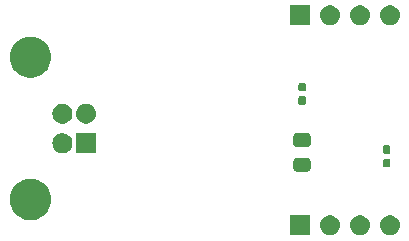
<source format=gbs>
%TF.GenerationSoftware,KiCad,Pcbnew,8.0.5*%
%TF.CreationDate,2024-10-10T11:51:51-04:00*%
%TF.ProjectId,dac,6461632e-6b69-4636-9164-5f7063625858,rev?*%
%TF.SameCoordinates,Original*%
%TF.FileFunction,Soldermask,Bot*%
%TF.FilePolarity,Negative*%
%FSLAX46Y46*%
G04 Gerber Fmt 4.6, Leading zero omitted, Abs format (unit mm)*
G04 Created by KiCad (PCBNEW 8.0.5) date 2024-10-10 11:51:51*
%MOMM*%
%LPD*%
G01*
G04 APERTURE LIST*
G04 APERTURE END LIST*
G36*
X100195000Y-96595000D02*
G01*
X98495000Y-96595000D01*
X98495000Y-94895000D01*
X100195000Y-94895000D01*
X100195000Y-96595000D01*
G37*
G36*
X102147664Y-94936602D02*
G01*
X102310000Y-95008878D01*
X102453761Y-95113327D01*
X102572664Y-95245383D01*
X102661514Y-95399274D01*
X102716425Y-95568275D01*
X102735000Y-95745000D01*
X102716425Y-95921725D01*
X102661514Y-96090726D01*
X102572664Y-96244617D01*
X102453761Y-96376673D01*
X102310000Y-96481122D01*
X102147664Y-96553398D01*
X101973849Y-96590344D01*
X101796151Y-96590344D01*
X101622336Y-96553398D01*
X101460000Y-96481122D01*
X101316239Y-96376673D01*
X101197336Y-96244617D01*
X101108486Y-96090726D01*
X101053575Y-95921725D01*
X101035000Y-95745000D01*
X101053575Y-95568275D01*
X101108486Y-95399274D01*
X101197336Y-95245383D01*
X101316239Y-95113327D01*
X101460000Y-95008878D01*
X101622336Y-94936602D01*
X101796151Y-94899656D01*
X101973849Y-94899656D01*
X102147664Y-94936602D01*
G37*
G36*
X104687664Y-94936602D02*
G01*
X104850000Y-95008878D01*
X104993761Y-95113327D01*
X105112664Y-95245383D01*
X105201514Y-95399274D01*
X105256425Y-95568275D01*
X105275000Y-95745000D01*
X105256425Y-95921725D01*
X105201514Y-96090726D01*
X105112664Y-96244617D01*
X104993761Y-96376673D01*
X104850000Y-96481122D01*
X104687664Y-96553398D01*
X104513849Y-96590344D01*
X104336151Y-96590344D01*
X104162336Y-96553398D01*
X104000000Y-96481122D01*
X103856239Y-96376673D01*
X103737336Y-96244617D01*
X103648486Y-96090726D01*
X103593575Y-95921725D01*
X103575000Y-95745000D01*
X103593575Y-95568275D01*
X103648486Y-95399274D01*
X103737336Y-95245383D01*
X103856239Y-95113327D01*
X104000000Y-95008878D01*
X104162336Y-94936602D01*
X104336151Y-94899656D01*
X104513849Y-94899656D01*
X104687664Y-94936602D01*
G37*
G36*
X107227664Y-94936602D02*
G01*
X107390000Y-95008878D01*
X107533761Y-95113327D01*
X107652664Y-95245383D01*
X107741514Y-95399274D01*
X107796425Y-95568275D01*
X107815000Y-95745000D01*
X107796425Y-95921725D01*
X107741514Y-96090726D01*
X107652664Y-96244617D01*
X107533761Y-96376673D01*
X107390000Y-96481122D01*
X107227664Y-96553398D01*
X107053849Y-96590344D01*
X106876151Y-96590344D01*
X106702336Y-96553398D01*
X106540000Y-96481122D01*
X106396239Y-96376673D01*
X106277336Y-96244617D01*
X106188486Y-96090726D01*
X106133575Y-95921725D01*
X106115000Y-95745000D01*
X106133575Y-95568275D01*
X106188486Y-95399274D01*
X106277336Y-95245383D01*
X106396239Y-95113327D01*
X106540000Y-95008878D01*
X106702336Y-94936602D01*
X106876151Y-94899656D01*
X107053849Y-94899656D01*
X107227664Y-94936602D01*
G37*
G36*
X76929412Y-91858876D02*
G01*
X77179347Y-91935971D01*
X77415000Y-92049456D01*
X77631107Y-92196795D01*
X77822841Y-92374698D01*
X77985918Y-92579190D01*
X78116696Y-92805703D01*
X78212252Y-93049178D01*
X78270454Y-93304176D01*
X78290000Y-93565000D01*
X78270454Y-93825824D01*
X78212252Y-94080822D01*
X78116696Y-94324297D01*
X77985918Y-94550810D01*
X77822841Y-94755302D01*
X77631107Y-94933205D01*
X77415000Y-95080544D01*
X77179347Y-95194029D01*
X76929412Y-95271124D01*
X76670778Y-95310107D01*
X76409222Y-95310107D01*
X76150588Y-95271124D01*
X75900653Y-95194029D01*
X75665000Y-95080544D01*
X75448893Y-94933205D01*
X75257159Y-94755302D01*
X75094082Y-94550810D01*
X74963304Y-94324297D01*
X74867748Y-94080822D01*
X74809546Y-93825824D01*
X74790000Y-93565000D01*
X74809546Y-93304176D01*
X74867748Y-93049178D01*
X74963304Y-92805703D01*
X75094082Y-92579190D01*
X75257159Y-92374698D01*
X75448893Y-92196795D01*
X75665000Y-92049456D01*
X75900653Y-91935971D01*
X76150588Y-91858876D01*
X76409222Y-91819893D01*
X76670778Y-91819893D01*
X76929412Y-91858876D01*
G37*
G36*
X100019339Y-90031658D02*
G01*
X100074125Y-90038871D01*
X100087906Y-90045297D01*
X100106671Y-90049030D01*
X100131526Y-90065637D01*
X100153819Y-90076033D01*
X100167380Y-90089594D01*
X100187777Y-90103223D01*
X100201405Y-90123619D01*
X100214966Y-90137180D01*
X100225360Y-90159470D01*
X100241970Y-90184329D01*
X100245702Y-90203095D01*
X100252128Y-90216874D01*
X100259338Y-90271648D01*
X100261000Y-90280000D01*
X100261000Y-90955000D01*
X100259338Y-90963353D01*
X100252128Y-91018125D01*
X100245703Y-91031903D01*
X100241970Y-91050671D01*
X100225358Y-91075531D01*
X100214966Y-91097819D01*
X100201407Y-91111377D01*
X100187777Y-91131777D01*
X100167377Y-91145407D01*
X100153819Y-91158966D01*
X100131531Y-91169358D01*
X100106671Y-91185970D01*
X100087903Y-91189703D01*
X100074125Y-91196128D01*
X100019353Y-91203338D01*
X100011000Y-91205000D01*
X99061000Y-91205000D01*
X99052648Y-91203338D01*
X98997874Y-91196128D01*
X98984095Y-91189702D01*
X98965329Y-91185970D01*
X98940470Y-91169360D01*
X98918180Y-91158966D01*
X98904619Y-91145405D01*
X98884223Y-91131777D01*
X98870594Y-91111380D01*
X98857033Y-91097819D01*
X98846637Y-91075526D01*
X98830030Y-91050671D01*
X98826297Y-91031906D01*
X98819871Y-91018125D01*
X98812658Y-90963339D01*
X98811000Y-90955000D01*
X98811000Y-90280000D01*
X98812658Y-90271662D01*
X98819871Y-90216874D01*
X98826297Y-90203091D01*
X98830030Y-90184329D01*
X98846636Y-90159475D01*
X98857033Y-90137180D01*
X98870596Y-90123616D01*
X98884223Y-90103223D01*
X98904616Y-90089596D01*
X98918180Y-90076033D01*
X98940475Y-90065636D01*
X98965329Y-90049030D01*
X98984091Y-90045297D01*
X98997874Y-90038871D01*
X99052662Y-90031658D01*
X99061000Y-90030000D01*
X100011000Y-90030000D01*
X100019339Y-90031658D01*
G37*
G36*
X106919316Y-90116799D02*
G01*
X106969602Y-90150398D01*
X107003201Y-90200684D01*
X107015000Y-90260000D01*
X107015000Y-90685000D01*
X107003201Y-90744316D01*
X106969602Y-90794602D01*
X106919316Y-90828201D01*
X106860000Y-90840000D01*
X106550000Y-90840000D01*
X106490684Y-90828201D01*
X106440398Y-90794602D01*
X106406799Y-90744316D01*
X106395000Y-90685000D01*
X106395000Y-90260000D01*
X106406799Y-90200684D01*
X106440398Y-90150398D01*
X106490684Y-90116799D01*
X106550000Y-90105000D01*
X106860000Y-90105000D01*
X106919316Y-90116799D01*
G37*
G36*
X106919316Y-88981799D02*
G01*
X106969602Y-89015398D01*
X107003201Y-89065684D01*
X107015000Y-89125000D01*
X107015000Y-89550000D01*
X107003201Y-89609316D01*
X106969602Y-89659602D01*
X106919316Y-89693201D01*
X106860000Y-89705000D01*
X106550000Y-89705000D01*
X106490684Y-89693201D01*
X106440398Y-89659602D01*
X106406799Y-89609316D01*
X106395000Y-89550000D01*
X106395000Y-89125000D01*
X106406799Y-89065684D01*
X106440398Y-89015398D01*
X106490684Y-88981799D01*
X106550000Y-88970000D01*
X106860000Y-88970000D01*
X106919316Y-88981799D01*
G37*
G36*
X82100000Y-89645000D02*
G01*
X80400000Y-89645000D01*
X80400000Y-87945000D01*
X82100000Y-87945000D01*
X82100000Y-89645000D01*
G37*
G36*
X79512664Y-87986602D02*
G01*
X79675000Y-88058878D01*
X79818761Y-88163327D01*
X79937664Y-88295383D01*
X80026514Y-88449274D01*
X80081425Y-88618275D01*
X80100000Y-88795000D01*
X80081425Y-88971725D01*
X80026514Y-89140726D01*
X79937664Y-89294617D01*
X79818761Y-89426673D01*
X79675000Y-89531122D01*
X79512664Y-89603398D01*
X79338849Y-89640344D01*
X79161151Y-89640344D01*
X78987336Y-89603398D01*
X78825000Y-89531122D01*
X78681239Y-89426673D01*
X78562336Y-89294617D01*
X78473486Y-89140726D01*
X78418575Y-88971725D01*
X78400000Y-88795000D01*
X78418575Y-88618275D01*
X78473486Y-88449274D01*
X78562336Y-88295383D01*
X78681239Y-88163327D01*
X78825000Y-88058878D01*
X78987336Y-87986602D01*
X79161151Y-87949656D01*
X79338849Y-87949656D01*
X79512664Y-87986602D01*
G37*
G36*
X100019339Y-87956658D02*
G01*
X100074125Y-87963871D01*
X100087906Y-87970297D01*
X100106671Y-87974030D01*
X100131526Y-87990637D01*
X100153819Y-88001033D01*
X100167380Y-88014594D01*
X100187777Y-88028223D01*
X100201405Y-88048619D01*
X100214966Y-88062180D01*
X100225360Y-88084470D01*
X100241970Y-88109329D01*
X100245702Y-88128095D01*
X100252128Y-88141874D01*
X100259338Y-88196648D01*
X100261000Y-88205000D01*
X100261000Y-88880000D01*
X100259338Y-88888353D01*
X100252128Y-88943125D01*
X100245703Y-88956903D01*
X100241970Y-88975671D01*
X100225358Y-89000531D01*
X100214966Y-89022819D01*
X100201407Y-89036377D01*
X100187777Y-89056777D01*
X100167377Y-89070407D01*
X100153819Y-89083966D01*
X100131531Y-89094358D01*
X100106671Y-89110970D01*
X100087903Y-89114703D01*
X100074125Y-89121128D01*
X100019353Y-89128338D01*
X100011000Y-89130000D01*
X99061000Y-89130000D01*
X99052648Y-89128338D01*
X98997874Y-89121128D01*
X98984095Y-89114702D01*
X98965329Y-89110970D01*
X98940470Y-89094360D01*
X98918180Y-89083966D01*
X98904619Y-89070405D01*
X98884223Y-89056777D01*
X98870594Y-89036380D01*
X98857033Y-89022819D01*
X98846637Y-89000526D01*
X98830030Y-88975671D01*
X98826297Y-88956906D01*
X98819871Y-88943125D01*
X98812658Y-88888339D01*
X98811000Y-88880000D01*
X98811000Y-88205000D01*
X98812658Y-88196662D01*
X98819871Y-88141874D01*
X98826297Y-88128091D01*
X98830030Y-88109329D01*
X98846636Y-88084475D01*
X98857033Y-88062180D01*
X98870596Y-88048616D01*
X98884223Y-88028223D01*
X98904616Y-88014596D01*
X98918180Y-88001033D01*
X98940475Y-87990636D01*
X98965329Y-87974030D01*
X98984091Y-87970297D01*
X98997874Y-87963871D01*
X99052662Y-87956658D01*
X99061000Y-87955000D01*
X100011000Y-87955000D01*
X100019339Y-87956658D01*
G37*
G36*
X79512664Y-85486602D02*
G01*
X79675000Y-85558878D01*
X79818761Y-85663327D01*
X79937664Y-85795383D01*
X80026514Y-85949274D01*
X80081425Y-86118275D01*
X80100000Y-86295000D01*
X80081425Y-86471725D01*
X80026514Y-86640726D01*
X79937664Y-86794617D01*
X79818761Y-86926673D01*
X79675000Y-87031122D01*
X79512664Y-87103398D01*
X79338849Y-87140344D01*
X79161151Y-87140344D01*
X78987336Y-87103398D01*
X78825000Y-87031122D01*
X78681239Y-86926673D01*
X78562336Y-86794617D01*
X78473486Y-86640726D01*
X78418575Y-86471725D01*
X78400000Y-86295000D01*
X78418575Y-86118275D01*
X78473486Y-85949274D01*
X78562336Y-85795383D01*
X78681239Y-85663327D01*
X78825000Y-85558878D01*
X78987336Y-85486602D01*
X79161151Y-85449656D01*
X79338849Y-85449656D01*
X79512664Y-85486602D01*
G37*
G36*
X81512664Y-85486602D02*
G01*
X81675000Y-85558878D01*
X81818761Y-85663327D01*
X81937664Y-85795383D01*
X82026514Y-85949274D01*
X82081425Y-86118275D01*
X82100000Y-86295000D01*
X82081425Y-86471725D01*
X82026514Y-86640726D01*
X81937664Y-86794617D01*
X81818761Y-86926673D01*
X81675000Y-87031122D01*
X81512664Y-87103398D01*
X81338849Y-87140344D01*
X81161151Y-87140344D01*
X80987336Y-87103398D01*
X80825000Y-87031122D01*
X80681239Y-86926673D01*
X80562336Y-86794617D01*
X80473486Y-86640726D01*
X80418575Y-86471725D01*
X80400000Y-86295000D01*
X80418575Y-86118275D01*
X80473486Y-85949274D01*
X80562336Y-85795383D01*
X80681239Y-85663327D01*
X80825000Y-85558878D01*
X80987336Y-85486602D01*
X81161151Y-85449656D01*
X81338849Y-85449656D01*
X81512664Y-85486602D01*
G37*
G36*
X99749316Y-84826799D02*
G01*
X99799602Y-84860398D01*
X99833201Y-84910684D01*
X99845000Y-84970000D01*
X99845000Y-85395000D01*
X99833201Y-85454316D01*
X99799602Y-85504602D01*
X99749316Y-85538201D01*
X99690000Y-85550000D01*
X99380000Y-85550000D01*
X99320684Y-85538201D01*
X99270398Y-85504602D01*
X99236799Y-85454316D01*
X99225000Y-85395000D01*
X99225000Y-84970000D01*
X99236799Y-84910684D01*
X99270398Y-84860398D01*
X99320684Y-84826799D01*
X99380000Y-84815000D01*
X99690000Y-84815000D01*
X99749316Y-84826799D01*
G37*
G36*
X99749316Y-83691799D02*
G01*
X99799602Y-83725398D01*
X99833201Y-83775684D01*
X99845000Y-83835000D01*
X99845000Y-84260000D01*
X99833201Y-84319316D01*
X99799602Y-84369602D01*
X99749316Y-84403201D01*
X99690000Y-84415000D01*
X99380000Y-84415000D01*
X99320684Y-84403201D01*
X99270398Y-84369602D01*
X99236799Y-84319316D01*
X99225000Y-84260000D01*
X99225000Y-83835000D01*
X99236799Y-83775684D01*
X99270398Y-83725398D01*
X99320684Y-83691799D01*
X99380000Y-83680000D01*
X99690000Y-83680000D01*
X99749316Y-83691799D01*
G37*
G36*
X76929412Y-79818876D02*
G01*
X77179347Y-79895971D01*
X77415000Y-80009456D01*
X77631107Y-80156795D01*
X77822841Y-80334698D01*
X77985918Y-80539190D01*
X78116696Y-80765703D01*
X78212252Y-81009178D01*
X78270454Y-81264176D01*
X78290000Y-81525000D01*
X78270454Y-81785824D01*
X78212252Y-82040822D01*
X78116696Y-82284297D01*
X77985918Y-82510810D01*
X77822841Y-82715302D01*
X77631107Y-82893205D01*
X77415000Y-83040544D01*
X77179347Y-83154029D01*
X76929412Y-83231124D01*
X76670778Y-83270107D01*
X76409222Y-83270107D01*
X76150588Y-83231124D01*
X75900653Y-83154029D01*
X75665000Y-83040544D01*
X75448893Y-82893205D01*
X75257159Y-82715302D01*
X75094082Y-82510810D01*
X74963304Y-82284297D01*
X74867748Y-82040822D01*
X74809546Y-81785824D01*
X74790000Y-81525000D01*
X74809546Y-81264176D01*
X74867748Y-81009178D01*
X74963304Y-80765703D01*
X75094082Y-80539190D01*
X75257159Y-80334698D01*
X75448893Y-80156795D01*
X75665000Y-80009456D01*
X75900653Y-79895971D01*
X76150588Y-79818876D01*
X76409222Y-79779893D01*
X76670778Y-79779893D01*
X76929412Y-79818876D01*
G37*
G36*
X100195000Y-78815000D02*
G01*
X98495000Y-78815000D01*
X98495000Y-77115000D01*
X100195000Y-77115000D01*
X100195000Y-78815000D01*
G37*
G36*
X102147664Y-77156602D02*
G01*
X102310000Y-77228878D01*
X102453761Y-77333327D01*
X102572664Y-77465383D01*
X102661514Y-77619274D01*
X102716425Y-77788275D01*
X102735000Y-77965000D01*
X102716425Y-78141725D01*
X102661514Y-78310726D01*
X102572664Y-78464617D01*
X102453761Y-78596673D01*
X102310000Y-78701122D01*
X102147664Y-78773398D01*
X101973849Y-78810344D01*
X101796151Y-78810344D01*
X101622336Y-78773398D01*
X101460000Y-78701122D01*
X101316239Y-78596673D01*
X101197336Y-78464617D01*
X101108486Y-78310726D01*
X101053575Y-78141725D01*
X101035000Y-77965000D01*
X101053575Y-77788275D01*
X101108486Y-77619274D01*
X101197336Y-77465383D01*
X101316239Y-77333327D01*
X101460000Y-77228878D01*
X101622336Y-77156602D01*
X101796151Y-77119656D01*
X101973849Y-77119656D01*
X102147664Y-77156602D01*
G37*
G36*
X104687664Y-77156602D02*
G01*
X104850000Y-77228878D01*
X104993761Y-77333327D01*
X105112664Y-77465383D01*
X105201514Y-77619274D01*
X105256425Y-77788275D01*
X105275000Y-77965000D01*
X105256425Y-78141725D01*
X105201514Y-78310726D01*
X105112664Y-78464617D01*
X104993761Y-78596673D01*
X104850000Y-78701122D01*
X104687664Y-78773398D01*
X104513849Y-78810344D01*
X104336151Y-78810344D01*
X104162336Y-78773398D01*
X104000000Y-78701122D01*
X103856239Y-78596673D01*
X103737336Y-78464617D01*
X103648486Y-78310726D01*
X103593575Y-78141725D01*
X103575000Y-77965000D01*
X103593575Y-77788275D01*
X103648486Y-77619274D01*
X103737336Y-77465383D01*
X103856239Y-77333327D01*
X104000000Y-77228878D01*
X104162336Y-77156602D01*
X104336151Y-77119656D01*
X104513849Y-77119656D01*
X104687664Y-77156602D01*
G37*
G36*
X107227664Y-77156602D02*
G01*
X107390000Y-77228878D01*
X107533761Y-77333327D01*
X107652664Y-77465383D01*
X107741514Y-77619274D01*
X107796425Y-77788275D01*
X107815000Y-77965000D01*
X107796425Y-78141725D01*
X107741514Y-78310726D01*
X107652664Y-78464617D01*
X107533761Y-78596673D01*
X107390000Y-78701122D01*
X107227664Y-78773398D01*
X107053849Y-78810344D01*
X106876151Y-78810344D01*
X106702336Y-78773398D01*
X106540000Y-78701122D01*
X106396239Y-78596673D01*
X106277336Y-78464617D01*
X106188486Y-78310726D01*
X106133575Y-78141725D01*
X106115000Y-77965000D01*
X106133575Y-77788275D01*
X106188486Y-77619274D01*
X106277336Y-77465383D01*
X106396239Y-77333327D01*
X106540000Y-77228878D01*
X106702336Y-77156602D01*
X106876151Y-77119656D01*
X107053849Y-77119656D01*
X107227664Y-77156602D01*
G37*
M02*

</source>
